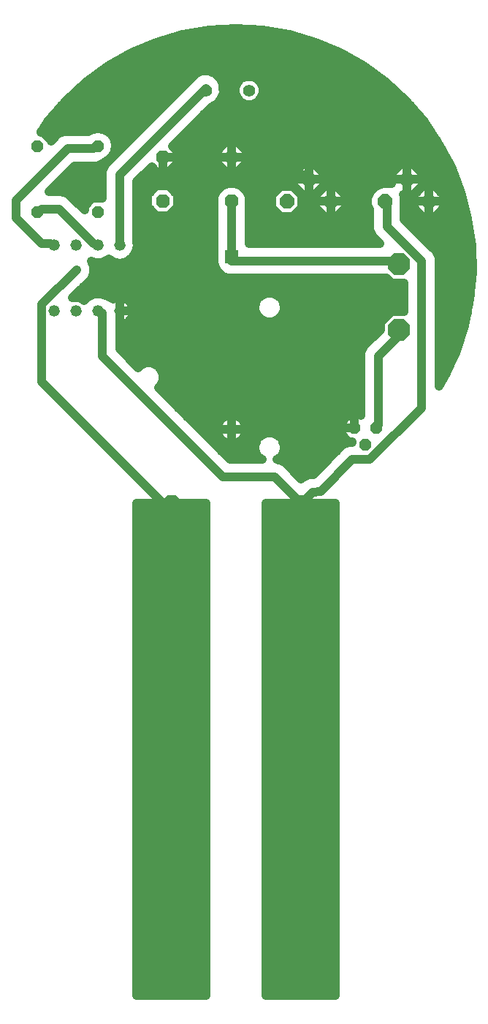
<source format=gtl>
G75*
%MOIN*%
%OFA0B0*%
%FSLAX25Y25*%
%IPPOS*%
%LPD*%
%AMOC8*
5,1,8,0,0,1.08239X$1,22.5*
%
%ADD10R,0.05937X0.05937*%
%ADD11C,0.05937*%
%ADD12OC8,0.07600*%
%ADD13C,0.05512*%
%ADD14OC8,0.06600*%
%ADD15OC8,0.05200*%
%ADD16C,0.05200*%
%ADD17OC8,0.10000*%
%ADD18OC8,0.06300*%
%ADD19C,0.03937*%
%ADD20C,0.03100*%
%ADD21C,0.02781*%
D10*
X0128913Y0359348D03*
D11*
X0128913Y0280608D03*
D12*
X0101551Y0246868D03*
X0160921Y0246868D03*
D13*
X0136866Y0435017D03*
X0117181Y0435017D03*
D14*
X0154110Y0384447D03*
X0164110Y0394447D03*
X0174110Y0384447D03*
X0198913Y0384447D03*
X0208913Y0394447D03*
X0218913Y0384447D03*
D15*
X0194937Y0281080D03*
X0189937Y0273580D03*
X0184937Y0281080D03*
X0067929Y0379663D03*
X0067929Y0409663D03*
X0040370Y0409663D03*
X0040370Y0379663D03*
D16*
X0047929Y0364387D03*
X0057929Y0364387D03*
X0067929Y0364387D03*
X0077929Y0364387D03*
X0077929Y0334387D03*
X0067929Y0334387D03*
X0057929Y0334387D03*
X0047929Y0334387D03*
D17*
X0205331Y0325726D03*
X0205331Y0355726D03*
D18*
X0128953Y0384663D03*
X0128953Y0404663D03*
X0097457Y0404663D03*
X0097457Y0384663D03*
D19*
X0085577Y0022616D02*
X0117210Y0022616D01*
X0117210Y0247025D01*
X0085577Y0247025D01*
X0085577Y0022616D01*
X0085577Y0022674D02*
X0117210Y0022674D01*
X0117210Y0026609D02*
X0085577Y0026609D01*
X0085577Y0030545D02*
X0117210Y0030545D01*
X0117210Y0034480D02*
X0085577Y0034480D01*
X0085577Y0038416D02*
X0117210Y0038416D01*
X0117210Y0042351D02*
X0085577Y0042351D01*
X0085577Y0046287D02*
X0117210Y0046287D01*
X0117210Y0050222D02*
X0085577Y0050222D01*
X0085577Y0054158D02*
X0117210Y0054158D01*
X0117210Y0058094D02*
X0085577Y0058094D01*
X0085577Y0062029D02*
X0117210Y0062029D01*
X0117210Y0065965D02*
X0085577Y0065965D01*
X0085577Y0069900D02*
X0117210Y0069900D01*
X0117210Y0073836D02*
X0085577Y0073836D01*
X0085577Y0077771D02*
X0117210Y0077771D01*
X0117210Y0081707D02*
X0085577Y0081707D01*
X0085577Y0085642D02*
X0117210Y0085642D01*
X0117210Y0089578D02*
X0085577Y0089578D01*
X0085577Y0093513D02*
X0117210Y0093513D01*
X0117210Y0097449D02*
X0085577Y0097449D01*
X0085577Y0101384D02*
X0117210Y0101384D01*
X0117210Y0105320D02*
X0085577Y0105320D01*
X0085577Y0109255D02*
X0117210Y0109255D01*
X0117210Y0113191D02*
X0085577Y0113191D01*
X0085577Y0117126D02*
X0117210Y0117126D01*
X0117210Y0121062D02*
X0085577Y0121062D01*
X0085577Y0124997D02*
X0117210Y0124997D01*
X0117210Y0128933D02*
X0085577Y0128933D01*
X0085577Y0132868D02*
X0117210Y0132868D01*
X0117210Y0136804D02*
X0085577Y0136804D01*
X0085577Y0140739D02*
X0117210Y0140739D01*
X0117210Y0144675D02*
X0085577Y0144675D01*
X0085577Y0148610D02*
X0117210Y0148610D01*
X0117210Y0152546D02*
X0085577Y0152546D01*
X0085577Y0156482D02*
X0117210Y0156482D01*
X0117210Y0160417D02*
X0085577Y0160417D01*
X0085577Y0164353D02*
X0117210Y0164353D01*
X0117210Y0168288D02*
X0085577Y0168288D01*
X0085577Y0172224D02*
X0117210Y0172224D01*
X0117210Y0176159D02*
X0085577Y0176159D01*
X0085577Y0180095D02*
X0117210Y0180095D01*
X0117210Y0184030D02*
X0085577Y0184030D01*
X0085577Y0187966D02*
X0117210Y0187966D01*
X0117210Y0191901D02*
X0085577Y0191901D01*
X0085577Y0195837D02*
X0117210Y0195837D01*
X0117210Y0199772D02*
X0085577Y0199772D01*
X0085577Y0203708D02*
X0117210Y0203708D01*
X0117210Y0207643D02*
X0085577Y0207643D01*
X0085577Y0211579D02*
X0117210Y0211579D01*
X0117210Y0215514D02*
X0085577Y0215514D01*
X0085577Y0219450D02*
X0117210Y0219450D01*
X0117210Y0223385D02*
X0085577Y0223385D01*
X0085577Y0227321D02*
X0117210Y0227321D01*
X0117210Y0231256D02*
X0085577Y0231256D01*
X0085577Y0235192D02*
X0117210Y0235192D01*
X0117210Y0239127D02*
X0085577Y0239127D01*
X0085577Y0243063D02*
X0117210Y0243063D01*
X0117210Y0246998D02*
X0085577Y0246998D01*
X0097404Y0247078D02*
X0101551Y0246868D01*
X0097404Y0247078D02*
X0042339Y0302143D01*
X0042339Y0337576D01*
X0058087Y0353324D01*
X0061284Y0345386D02*
X0207693Y0345386D01*
X0207693Y0347158D02*
X0207693Y0334295D01*
X0201782Y0334295D01*
X0196762Y0329275D01*
X0196762Y0325970D01*
X0189207Y0318415D01*
X0188008Y0315521D01*
X0188008Y0286733D01*
X0187492Y0287249D01*
X0184937Y0287249D01*
X0182382Y0287249D01*
X0178769Y0283635D01*
X0178769Y0281080D01*
X0178769Y0278525D01*
X0182382Y0274912D01*
X0183769Y0274912D01*
X0183769Y0274584D01*
X0182505Y0274584D01*
X0179611Y0273386D01*
X0166133Y0259908D01*
X0165898Y0259897D01*
X0164511Y0259897D01*
X0164340Y0259827D01*
X0164155Y0259818D01*
X0162898Y0259230D01*
X0161617Y0258699D01*
X0161486Y0258568D01*
X0161318Y0258489D01*
X0160746Y0257863D01*
X0153098Y0265512D01*
X0150204Y0266710D01*
X0149685Y0266710D01*
X0149930Y0266812D01*
X0151765Y0268646D01*
X0152757Y0271043D01*
X0152757Y0273637D01*
X0151765Y0276034D01*
X0149930Y0277869D01*
X0147533Y0278861D01*
X0144939Y0278861D01*
X0142542Y0277869D01*
X0140708Y0276034D01*
X0139715Y0273637D01*
X0139715Y0271043D01*
X0140708Y0268646D01*
X0142542Y0266812D01*
X0142787Y0266710D01*
X0128277Y0266710D01*
X0095549Y0299438D01*
X0096647Y0300536D01*
X0097639Y0302933D01*
X0097639Y0305527D01*
X0096647Y0307924D01*
X0094812Y0309758D01*
X0092415Y0310751D01*
X0089821Y0310751D01*
X0087424Y0309758D01*
X0086327Y0308661D01*
X0077772Y0317216D01*
X0077772Y0328219D01*
X0077929Y0328219D01*
X0077929Y0334387D01*
X0077929Y0334387D01*
X0077929Y0328219D01*
X0078415Y0328219D01*
X0079374Y0328371D01*
X0080297Y0328671D01*
X0081162Y0329112D01*
X0081948Y0329682D01*
X0082634Y0330369D01*
X0083205Y0331154D01*
X0083646Y0332020D01*
X0083946Y0332943D01*
X0084098Y0333902D01*
X0084098Y0334387D01*
X0077929Y0334387D01*
X0077929Y0334388D01*
X0077929Y0340556D01*
X0077444Y0340556D01*
X0076485Y0340404D01*
X0075561Y0340104D01*
X0074904Y0339769D01*
X0074358Y0340315D01*
X0074246Y0340361D01*
X0074159Y0340444D01*
X0072803Y0340959D01*
X0071464Y0341513D01*
X0071343Y0341513D01*
X0069262Y0342304D01*
X0066131Y0342212D01*
X0063274Y0340928D01*
X0061740Y0339301D01*
X0061423Y0339617D01*
X0059156Y0340556D01*
X0056702Y0340556D01*
X0056278Y0340380D01*
X0064762Y0348864D01*
X0065961Y0351758D01*
X0065961Y0354891D01*
X0065065Y0357052D01*
X0066596Y0356471D01*
X0069727Y0356563D01*
X0072585Y0357847D01*
X0072950Y0358234D01*
X0074940Y0356937D01*
X0078019Y0356360D01*
X0081084Y0357005D01*
X0083669Y0358774D01*
X0085380Y0361398D01*
X0085957Y0364477D01*
X0085646Y0365955D01*
X0085646Y0393370D01*
X0092447Y0400171D01*
X0094674Y0397945D01*
X0097457Y0397945D01*
X0100240Y0397945D01*
X0104175Y0401880D01*
X0104175Y0404663D01*
X0097457Y0404663D01*
X0097457Y0404663D01*
X0104175Y0404663D01*
X0104175Y0407446D01*
X0101948Y0409673D01*
X0119854Y0427579D01*
X0121905Y0428526D01*
X0124029Y0430827D01*
X0125111Y0433767D01*
X0125016Y0436159D01*
X0125016Y0437568D01*
X0124953Y0437718D01*
X0124947Y0437881D01*
X0124356Y0439160D01*
X0123817Y0440462D01*
X0123702Y0440577D01*
X0123633Y0440725D01*
X0122598Y0441681D01*
X0121602Y0442677D01*
X0121451Y0442739D01*
X0121332Y0442850D01*
X0120010Y0443336D01*
X0118708Y0443876D01*
X0118545Y0443876D01*
X0118392Y0443932D01*
X0116984Y0443876D01*
X0115575Y0443876D01*
X0115425Y0443813D01*
X0115262Y0443807D01*
X0113983Y0443216D01*
X0112681Y0442677D01*
X0112566Y0442562D01*
X0112418Y0442493D01*
X0111463Y0441458D01*
X0071096Y0401092D01*
X0069898Y0398198D01*
X0069898Y0385832D01*
X0065374Y0385832D01*
X0061761Y0382218D01*
X0061761Y0380471D01*
X0056888Y0385344D01*
X0054673Y0387559D01*
X0051779Y0388758D01*
X0045600Y0388758D01*
X0057411Y0400569D01*
X0065050Y0400569D01*
X0065687Y0400419D01*
X0066601Y0400569D01*
X0067527Y0400569D01*
X0068132Y0400819D01*
X0068779Y0400925D01*
X0069565Y0401413D01*
X0070421Y0401767D01*
X0070884Y0402231D01*
X0073409Y0403796D01*
X0075237Y0406340D01*
X0075953Y0409390D01*
X0075447Y0412481D01*
X0073796Y0415143D01*
X0071252Y0416971D01*
X0068202Y0417687D01*
X0065111Y0417180D01*
X0063718Y0416317D01*
X0052583Y0416317D01*
X0049689Y0415118D01*
X0047474Y0412903D01*
X0046539Y0411967D01*
X0046539Y0412218D01*
X0042925Y0415832D01*
X0041770Y0415832D01*
X0045418Y0421171D01*
X0053489Y0430492D01*
X0062570Y0438832D01*
X0072542Y0446082D01*
X0083277Y0452147D01*
X0094633Y0456949D01*
X0106463Y0460424D01*
X0118612Y0462527D01*
X0130921Y0463231D01*
X0143231Y0462527D01*
X0155380Y0460424D01*
X0167209Y0456949D01*
X0178565Y0452147D01*
X0189300Y0446082D01*
X0199273Y0438832D01*
X0208354Y0430492D01*
X0216424Y0421171D01*
X0223379Y0410990D01*
X0229128Y0400083D01*
X0233595Y0388591D01*
X0236723Y0376664D01*
X0238470Y0364459D01*
X0238813Y0352134D01*
X0237749Y0339851D01*
X0235291Y0327769D01*
X0231472Y0316046D01*
X0226340Y0304835D01*
X0223441Y0300038D01*
X0223441Y0358828D01*
X0222242Y0361722D01*
X0220027Y0363937D01*
X0207693Y0376271D01*
X0207693Y0384823D01*
X0207694Y0386379D01*
X0207693Y0386383D01*
X0207693Y0386387D01*
X0207199Y0387578D01*
X0208913Y0387578D01*
X0208913Y0394446D01*
X0208913Y0394446D01*
X0202045Y0394446D01*
X0202045Y0392422D01*
X0201393Y0392693D01*
X0201389Y0392693D01*
X0201385Y0392695D01*
X0199817Y0392695D01*
X0198261Y0392696D01*
X0198257Y0392695D01*
X0198253Y0392695D01*
X0196806Y0392095D01*
X0194460Y0391126D01*
X0192243Y0388913D01*
X0191041Y0386021D01*
X0191038Y0382888D01*
X0191945Y0380692D01*
X0191945Y0371443D01*
X0193144Y0368549D01*
X0196557Y0365135D01*
X0136827Y0365135D01*
X0136827Y0386387D01*
X0135628Y0389281D01*
X0133413Y0391496D01*
X0130519Y0392695D01*
X0127387Y0392695D01*
X0124492Y0391496D01*
X0122277Y0389281D01*
X0121079Y0386387D01*
X0121079Y0361282D01*
X0121071Y0360918D01*
X0121011Y0360766D01*
X0121038Y0359357D01*
X0121008Y0357950D01*
X0121067Y0357797D01*
X0121079Y0357187D01*
X0121079Y0355695D01*
X0121108Y0355624D01*
X0121110Y0355547D01*
X0121707Y0354180D01*
X0122277Y0352801D01*
X0122332Y0352747D01*
X0122363Y0352676D01*
X0123438Y0351641D01*
X0124492Y0350586D01*
X0124564Y0350557D01*
X0124619Y0350503D01*
X0126008Y0349958D01*
X0127387Y0349387D01*
X0127464Y0349387D01*
X0127535Y0349359D01*
X0129027Y0349387D01*
X0199552Y0349387D01*
X0201782Y0347158D01*
X0207693Y0347158D01*
X0207693Y0341451D02*
X0150127Y0341451D01*
X0149930Y0341648D02*
X0147533Y0342641D01*
X0144939Y0342641D01*
X0142542Y0341648D01*
X0140708Y0339814D01*
X0139715Y0337417D01*
X0139715Y0334823D01*
X0140708Y0332426D01*
X0142542Y0330591D01*
X0144939Y0329598D01*
X0147533Y0329598D01*
X0149930Y0330591D01*
X0151765Y0332426D01*
X0152757Y0334823D01*
X0152757Y0337417D01*
X0151765Y0339814D01*
X0149930Y0341648D01*
X0152717Y0337515D02*
X0207693Y0337515D01*
X0201067Y0333580D02*
X0152243Y0333580D01*
X0147644Y0329644D02*
X0197131Y0329644D01*
X0196501Y0325709D02*
X0077772Y0325709D01*
X0077772Y0321773D02*
X0192565Y0321773D01*
X0188968Y0317838D02*
X0077772Y0317838D01*
X0081085Y0313902D02*
X0188008Y0313902D01*
X0188008Y0309967D02*
X0094309Y0309967D01*
X0097431Y0306031D02*
X0188008Y0306031D01*
X0188008Y0302096D02*
X0097293Y0302096D01*
X0096827Y0298160D02*
X0188008Y0298160D01*
X0188008Y0294225D02*
X0100763Y0294225D01*
X0104698Y0290289D02*
X0188008Y0290289D01*
X0184937Y0287249D02*
X0184937Y0281080D01*
X0178769Y0281080D01*
X0184937Y0281080D01*
X0184937Y0281080D01*
X0184937Y0287249D01*
X0184937Y0286354D02*
X0184937Y0286354D01*
X0181487Y0286354D02*
X0132036Y0286354D01*
X0131811Y0286483D02*
X0131019Y0286811D01*
X0130191Y0287033D01*
X0129342Y0287145D01*
X0128913Y0287145D01*
X0128485Y0287145D01*
X0127635Y0287033D01*
X0126808Y0286811D01*
X0126016Y0286483D01*
X0125274Y0286055D01*
X0124594Y0285533D01*
X0123988Y0284927D01*
X0123466Y0284247D01*
X0123038Y0283505D01*
X0122710Y0282714D01*
X0122488Y0281886D01*
X0122376Y0281036D01*
X0122376Y0280608D01*
X0128913Y0280608D01*
X0128913Y0280608D01*
X0122376Y0280608D01*
X0122376Y0280179D01*
X0122488Y0279330D01*
X0122710Y0278502D01*
X0123038Y0277710D01*
X0123466Y0276968D01*
X0123988Y0276289D01*
X0124594Y0275683D01*
X0125274Y0275161D01*
X0126016Y0274732D01*
X0126808Y0274405D01*
X0127635Y0274183D01*
X0128485Y0274071D01*
X0128913Y0274071D01*
X0128913Y0280608D01*
X0128913Y0287145D01*
X0128913Y0280608D01*
X0128913Y0280608D01*
X0128913Y0280608D01*
X0128953Y0282458D01*
X0128913Y0282418D02*
X0128913Y0282418D01*
X0128914Y0280608D02*
X0135450Y0280608D01*
X0135450Y0281036D01*
X0135339Y0281886D01*
X0135117Y0282714D01*
X0134789Y0283505D01*
X0134360Y0284247D01*
X0133839Y0284927D01*
X0133233Y0285533D01*
X0132553Y0286055D01*
X0131811Y0286483D01*
X0128913Y0286354D02*
X0128913Y0286354D01*
X0125791Y0286354D02*
X0108634Y0286354D01*
X0112569Y0282418D02*
X0122631Y0282418D01*
X0122718Y0278483D02*
X0116505Y0278483D01*
X0120440Y0274547D02*
X0126464Y0274547D01*
X0128913Y0274547D02*
X0128913Y0274547D01*
X0128913Y0274071D02*
X0129342Y0274071D01*
X0130191Y0274183D01*
X0131019Y0274405D01*
X0131811Y0274732D01*
X0132553Y0275161D01*
X0133233Y0275683D01*
X0133839Y0276289D01*
X0134360Y0276968D01*
X0134789Y0277710D01*
X0135117Y0278502D01*
X0135339Y0279330D01*
X0135450Y0280179D01*
X0135450Y0280608D01*
X0128914Y0280608D01*
X0128914Y0280608D01*
X0128913Y0280608D02*
X0128913Y0274071D01*
X0131363Y0274547D02*
X0140092Y0274547D01*
X0139894Y0270612D02*
X0124376Y0270612D01*
X0128913Y0278483D02*
X0128913Y0278483D01*
X0135109Y0278483D02*
X0144024Y0278483D01*
X0148448Y0278483D02*
X0178811Y0278483D01*
X0178769Y0282418D02*
X0135196Y0282418D01*
X0125016Y0258836D02*
X0148638Y0258836D01*
X0160449Y0247025D01*
X0160921Y0246868D01*
X0166077Y0252023D01*
X0169541Y0252181D01*
X0184071Y0266710D01*
X0191945Y0266710D01*
X0215567Y0290332D01*
X0215567Y0357261D01*
X0199819Y0373009D01*
X0199819Y0384821D01*
X0198913Y0384447D01*
X0198055Y0392613D02*
X0170979Y0392613D01*
X0170979Y0391601D02*
X0170979Y0394446D01*
X0164110Y0394446D01*
X0164110Y0394446D01*
X0164110Y0387578D01*
X0161265Y0387578D01*
X0157242Y0391601D01*
X0157242Y0394446D01*
X0164110Y0394446D01*
X0164110Y0394447D01*
X0164110Y0401315D01*
X0161265Y0401315D01*
X0157242Y0397292D01*
X0157242Y0394447D01*
X0164110Y0394447D01*
X0164110Y0394447D01*
X0164110Y0401315D01*
X0166955Y0401315D01*
X0170979Y0397292D01*
X0170979Y0394447D01*
X0164110Y0394447D01*
X0164386Y0396632D01*
X0136827Y0396632D01*
X0134275Y0400484D02*
X0160434Y0400484D01*
X0164110Y0400484D02*
X0164110Y0400484D01*
X0164110Y0396548D02*
X0164110Y0396548D01*
X0164110Y0394447D02*
X0164110Y0394446D01*
X0164110Y0387578D01*
X0166955Y0387578D01*
X0170979Y0391601D01*
X0171265Y0391315D02*
X0167242Y0387292D01*
X0167242Y0384447D01*
X0174110Y0384447D01*
X0174110Y0391315D01*
X0171265Y0391315D01*
X0174110Y0391315D02*
X0174110Y0384447D01*
X0174110Y0384447D01*
X0174110Y0384446D01*
X0174110Y0384446D01*
X0174110Y0377578D01*
X0171265Y0377578D01*
X0167242Y0381601D01*
X0167242Y0384446D01*
X0174110Y0384446D01*
X0174110Y0377578D01*
X0176955Y0377578D01*
X0180979Y0381601D01*
X0180979Y0384446D01*
X0174110Y0384446D01*
X0174110Y0384447D01*
X0172260Y0384821D01*
X0174110Y0384742D02*
X0174110Y0384742D01*
X0174110Y0384447D02*
X0180979Y0384447D01*
X0180979Y0387292D01*
X0176955Y0391315D01*
X0174110Y0391315D01*
X0174110Y0388677D02*
X0174110Y0388677D01*
X0174110Y0380806D02*
X0174110Y0380806D01*
X0168037Y0380806D02*
X0160183Y0380806D01*
X0160979Y0381601D02*
X0156955Y0377578D01*
X0151265Y0377578D01*
X0147242Y0381601D01*
X0147242Y0387292D01*
X0151265Y0391315D01*
X0156955Y0391315D01*
X0160979Y0387292D01*
X0160979Y0381601D01*
X0160979Y0384742D02*
X0167242Y0384742D01*
X0168054Y0388677D02*
X0168627Y0388677D01*
X0164110Y0388677D02*
X0164110Y0388677D01*
X0164110Y0392613D02*
X0164110Y0392613D01*
X0164386Y0392695D02*
X0164110Y0394447D01*
X0160166Y0388677D02*
X0159593Y0388677D01*
X0157242Y0392613D02*
X0130717Y0392613D01*
X0127189Y0392613D02*
X0085646Y0392613D01*
X0085646Y0388677D02*
X0091969Y0388677D01*
X0090738Y0387446D02*
X0090738Y0381880D01*
X0094674Y0377945D01*
X0100240Y0377945D01*
X0104175Y0381880D01*
X0104175Y0387446D01*
X0100240Y0391382D01*
X0094674Y0391382D01*
X0090738Y0387446D01*
X0090738Y0384742D02*
X0085646Y0384742D01*
X0085646Y0380806D02*
X0091812Y0380806D01*
X0085646Y0376871D02*
X0121079Y0376871D01*
X0121079Y0380806D02*
X0103101Y0380806D01*
X0104175Y0384742D02*
X0121079Y0384742D01*
X0122027Y0388677D02*
X0102944Y0388677D01*
X0097457Y0397945D02*
X0097457Y0404663D01*
X0097457Y0404663D01*
X0097457Y0404506D01*
X0128953Y0404506D01*
X0128953Y0404663D01*
X0128953Y0404663D01*
X0135671Y0404663D01*
X0135671Y0401880D01*
X0131736Y0397945D01*
X0128953Y0397945D01*
X0128953Y0404663D01*
X0135671Y0404663D01*
X0135671Y0407446D01*
X0131736Y0411382D01*
X0128953Y0411382D01*
X0128953Y0404663D01*
X0128953Y0404663D01*
X0128953Y0404663D01*
X0128953Y0397945D01*
X0126170Y0397945D01*
X0122234Y0401880D01*
X0122234Y0404663D01*
X0128953Y0404663D01*
X0128953Y0411382D01*
X0126170Y0411382D01*
X0122234Y0407446D01*
X0122234Y0404663D01*
X0128953Y0404663D01*
X0128953Y0404663D01*
X0128953Y0404419D02*
X0128953Y0404419D01*
X0128953Y0400484D02*
X0128953Y0400484D01*
X0128953Y0408355D02*
X0128953Y0408355D01*
X0134762Y0408355D02*
X0224768Y0408355D01*
X0226843Y0404419D02*
X0135671Y0404419D01*
X0123631Y0400484D02*
X0102779Y0400484D01*
X0104175Y0404419D02*
X0122234Y0404419D01*
X0123143Y0408355D02*
X0103266Y0408355D01*
X0104566Y0412290D02*
X0222491Y0412290D01*
X0219803Y0416226D02*
X0108501Y0416226D01*
X0112437Y0420161D02*
X0217114Y0420161D01*
X0213891Y0424097D02*
X0116372Y0424097D01*
X0120836Y0428032D02*
X0210483Y0428032D01*
X0206747Y0431968D02*
X0142448Y0431968D01*
X0142228Y0431435D02*
X0143191Y0433759D01*
X0143191Y0436275D01*
X0142228Y0438600D01*
X0140449Y0440379D01*
X0138124Y0441342D01*
X0135608Y0441342D01*
X0133284Y0440379D01*
X0131505Y0438600D01*
X0130542Y0436275D01*
X0130542Y0433759D01*
X0131505Y0431435D01*
X0133284Y0429656D01*
X0135608Y0428693D01*
X0138124Y0428693D01*
X0140449Y0429656D01*
X0142228Y0431435D01*
X0143191Y0435903D02*
X0202462Y0435903D01*
X0197888Y0439839D02*
X0140989Y0439839D01*
X0132744Y0439839D02*
X0124075Y0439839D01*
X0125026Y0435903D02*
X0130542Y0435903D01*
X0131284Y0431968D02*
X0124449Y0431968D01*
X0117181Y0435017D02*
X0117142Y0436002D01*
X0077772Y0396632D01*
X0077772Y0365135D01*
X0077929Y0364387D01*
X0074546Y0357193D02*
X0071129Y0357193D01*
X0065961Y0353257D02*
X0122088Y0353257D01*
X0121079Y0357193D02*
X0081359Y0357193D01*
X0085204Y0361129D02*
X0121075Y0361129D01*
X0121079Y0365064D02*
X0085833Y0365064D01*
X0085646Y0369000D02*
X0121079Y0369000D01*
X0121079Y0372935D02*
X0085646Y0372935D01*
X0088824Y0396548D02*
X0157242Y0396548D01*
X0167787Y0400484D02*
X0205237Y0400484D01*
X0206068Y0401315D02*
X0202045Y0397292D01*
X0202045Y0394447D01*
X0208913Y0394447D01*
X0208913Y0401315D01*
X0206068Y0401315D01*
X0208913Y0401315D02*
X0208913Y0394447D01*
X0208913Y0394447D01*
X0208913Y0394446D01*
X0208913Y0387578D01*
X0211758Y0387578D01*
X0215782Y0391601D01*
X0215782Y0394446D01*
X0208914Y0394446D01*
X0208914Y0394447D01*
X0215782Y0394447D01*
X0215782Y0397292D01*
X0211758Y0401315D01*
X0208913Y0401315D01*
X0208913Y0400484D02*
X0208913Y0400484D01*
X0208913Y0396548D02*
X0208913Y0396548D01*
X0208913Y0392613D02*
X0208913Y0392613D01*
X0208913Y0388677D02*
X0208913Y0388677D01*
X0212045Y0387292D02*
X0212045Y0384447D01*
X0218913Y0384447D01*
X0218913Y0391315D01*
X0216068Y0391315D01*
X0212045Y0387292D01*
X0212858Y0388677D02*
X0213430Y0388677D01*
X0212045Y0384742D02*
X0207693Y0384742D01*
X0207693Y0380806D02*
X0212840Y0380806D01*
X0212045Y0381601D02*
X0212045Y0384446D01*
X0218913Y0384446D01*
X0218913Y0384446D01*
X0218913Y0377578D01*
X0216068Y0377578D01*
X0212045Y0381601D01*
X0207693Y0376871D02*
X0236669Y0376871D01*
X0237257Y0372935D02*
X0211029Y0372935D01*
X0214964Y0369000D02*
X0237820Y0369000D01*
X0238383Y0365064D02*
X0218900Y0365064D01*
X0222488Y0361129D02*
X0238563Y0361129D01*
X0238672Y0357193D02*
X0223441Y0357193D01*
X0223441Y0353257D02*
X0238782Y0353257D01*
X0238570Y0349322D02*
X0223441Y0349322D01*
X0223441Y0345386D02*
X0238229Y0345386D01*
X0237888Y0341451D02*
X0223441Y0341451D01*
X0223441Y0337515D02*
X0237274Y0337515D01*
X0236474Y0333580D02*
X0223441Y0333580D01*
X0223441Y0329644D02*
X0235673Y0329644D01*
X0234620Y0325709D02*
X0223441Y0325709D01*
X0223441Y0321773D02*
X0233338Y0321773D01*
X0232055Y0317838D02*
X0223441Y0317838D01*
X0223441Y0313902D02*
X0230490Y0313902D01*
X0228689Y0309967D02*
X0223441Y0309967D01*
X0223441Y0306031D02*
X0226887Y0306031D01*
X0224684Y0302096D02*
X0223441Y0302096D01*
X0203756Y0321828D02*
X0205331Y0325726D01*
X0203756Y0321828D02*
X0195882Y0313954D01*
X0195882Y0282458D01*
X0194937Y0281080D01*
X0184937Y0281080D02*
X0184937Y0281080D01*
X0184937Y0282418D02*
X0184937Y0282418D01*
X0182415Y0274547D02*
X0152381Y0274547D01*
X0152579Y0270612D02*
X0176837Y0270612D01*
X0172901Y0266676D02*
X0150287Y0266676D01*
X0155869Y0262741D02*
X0168966Y0262741D01*
X0161873Y0258805D02*
X0159805Y0258805D01*
X0144632Y0247025D02*
X0176265Y0247025D01*
X0176265Y0022616D01*
X0144632Y0022616D01*
X0144632Y0247025D01*
X0144632Y0246998D02*
X0176265Y0246998D01*
X0176265Y0243063D02*
X0144632Y0243063D01*
X0144632Y0239127D02*
X0176265Y0239127D01*
X0176265Y0235192D02*
X0144632Y0235192D01*
X0144632Y0231256D02*
X0176265Y0231256D01*
X0176265Y0227321D02*
X0144632Y0227321D01*
X0144632Y0223385D02*
X0176265Y0223385D01*
X0176265Y0219450D02*
X0144632Y0219450D01*
X0144632Y0215514D02*
X0176265Y0215514D01*
X0176265Y0211579D02*
X0144632Y0211579D01*
X0144632Y0207643D02*
X0176265Y0207643D01*
X0176265Y0203708D02*
X0144632Y0203708D01*
X0144632Y0199772D02*
X0176265Y0199772D01*
X0176265Y0195837D02*
X0144632Y0195837D01*
X0144632Y0191901D02*
X0176265Y0191901D01*
X0176265Y0187966D02*
X0144632Y0187966D01*
X0144632Y0184030D02*
X0176265Y0184030D01*
X0176265Y0180095D02*
X0144632Y0180095D01*
X0144632Y0176159D02*
X0176265Y0176159D01*
X0176265Y0172224D02*
X0144632Y0172224D01*
X0144632Y0168288D02*
X0176265Y0168288D01*
X0176265Y0164353D02*
X0144632Y0164353D01*
X0144632Y0160417D02*
X0176265Y0160417D01*
X0176265Y0156482D02*
X0144632Y0156482D01*
X0144632Y0152546D02*
X0176265Y0152546D01*
X0176265Y0148610D02*
X0144632Y0148610D01*
X0144632Y0144675D02*
X0176265Y0144675D01*
X0176265Y0140739D02*
X0144632Y0140739D01*
X0144632Y0136804D02*
X0176265Y0136804D01*
X0176265Y0132868D02*
X0144632Y0132868D01*
X0144632Y0128933D02*
X0176265Y0128933D01*
X0176265Y0124997D02*
X0144632Y0124997D01*
X0144632Y0121062D02*
X0176265Y0121062D01*
X0176265Y0117126D02*
X0144632Y0117126D01*
X0144632Y0113191D02*
X0176265Y0113191D01*
X0176265Y0109255D02*
X0144632Y0109255D01*
X0144632Y0105320D02*
X0176265Y0105320D01*
X0176265Y0101384D02*
X0144632Y0101384D01*
X0144632Y0097449D02*
X0176265Y0097449D01*
X0176265Y0093513D02*
X0144632Y0093513D01*
X0144632Y0089578D02*
X0176265Y0089578D01*
X0176265Y0085642D02*
X0144632Y0085642D01*
X0144632Y0081707D02*
X0176265Y0081707D01*
X0176265Y0077771D02*
X0144632Y0077771D01*
X0144632Y0073836D02*
X0176265Y0073836D01*
X0176265Y0069900D02*
X0144632Y0069900D01*
X0144632Y0065965D02*
X0176265Y0065965D01*
X0176265Y0062029D02*
X0144632Y0062029D01*
X0144632Y0058094D02*
X0176265Y0058094D01*
X0176265Y0054158D02*
X0144632Y0054158D01*
X0144632Y0050222D02*
X0176265Y0050222D01*
X0176265Y0046287D02*
X0144632Y0046287D01*
X0144632Y0042351D02*
X0176265Y0042351D01*
X0176265Y0038416D02*
X0144632Y0038416D01*
X0144632Y0034480D02*
X0176265Y0034480D01*
X0176265Y0030545D02*
X0144632Y0030545D01*
X0144632Y0026609D02*
X0176265Y0026609D01*
X0176265Y0022674D02*
X0144632Y0022674D01*
X0125016Y0258836D02*
X0069898Y0313954D01*
X0069898Y0333639D01*
X0067929Y0334387D01*
X0064437Y0341451D02*
X0057349Y0341451D01*
X0064951Y0349322D02*
X0199617Y0349322D01*
X0205331Y0355726D02*
X0203756Y0357261D01*
X0128953Y0357261D01*
X0128913Y0359348D01*
X0128953Y0361198D01*
X0128953Y0384663D01*
X0128953Y0384821D01*
X0135878Y0388677D02*
X0148627Y0388677D01*
X0147242Y0384742D02*
X0136827Y0384742D01*
X0136827Y0380806D02*
X0148037Y0380806D01*
X0136827Y0376871D02*
X0191945Y0376871D01*
X0191898Y0380806D02*
X0180183Y0380806D01*
X0180979Y0384742D02*
X0191040Y0384742D01*
X0192144Y0388677D02*
X0179593Y0388677D01*
X0170979Y0396548D02*
X0202045Y0396548D01*
X0202045Y0392613D02*
X0201586Y0392613D01*
X0191945Y0372935D02*
X0136827Y0372935D01*
X0136827Y0369000D02*
X0192957Y0369000D01*
X0212590Y0400484D02*
X0228917Y0400484D01*
X0230502Y0396548D02*
X0215782Y0396548D01*
X0215782Y0392613D02*
X0232032Y0392613D01*
X0233562Y0388677D02*
X0224396Y0388677D01*
X0225782Y0387292D02*
X0221758Y0391315D01*
X0218913Y0391315D01*
X0218913Y0384447D01*
X0218913Y0384447D01*
X0218913Y0384446D01*
X0218913Y0377578D01*
X0221758Y0377578D01*
X0225782Y0381601D01*
X0225782Y0384446D01*
X0218914Y0384446D01*
X0218914Y0384447D01*
X0225782Y0384447D01*
X0225782Y0387292D01*
X0225782Y0384742D02*
X0234605Y0384742D01*
X0235637Y0380806D02*
X0224987Y0380806D01*
X0218913Y0380806D02*
X0218913Y0380806D01*
X0218913Y0384742D02*
X0218913Y0384742D01*
X0218913Y0388677D02*
X0218913Y0388677D01*
X0192474Y0443774D02*
X0118952Y0443774D01*
X0115192Y0443774D02*
X0069369Y0443774D01*
X0063955Y0439839D02*
X0109843Y0439839D01*
X0105908Y0435903D02*
X0059381Y0435903D01*
X0055096Y0431968D02*
X0101972Y0431968D01*
X0098037Y0428032D02*
X0051359Y0428032D01*
X0047952Y0424097D02*
X0094101Y0424097D01*
X0090166Y0420161D02*
X0044728Y0420161D01*
X0042040Y0416226D02*
X0052364Y0416226D01*
X0054150Y0408443D02*
X0065961Y0408443D01*
X0067929Y0409663D01*
X0072290Y0416226D02*
X0086230Y0416226D01*
X0082295Y0412290D02*
X0075478Y0412290D01*
X0075710Y0408355D02*
X0078359Y0408355D01*
X0074424Y0404419D02*
X0073857Y0404419D01*
X0070845Y0400484D02*
X0066083Y0400484D01*
X0065411Y0400484D02*
X0057326Y0400484D01*
X0053391Y0396548D02*
X0069898Y0396548D01*
X0069898Y0392613D02*
X0049455Y0392613D01*
X0051973Y0388677D02*
X0069898Y0388677D01*
X0064284Y0384742D02*
X0057490Y0384742D01*
X0061426Y0380806D02*
X0061761Y0380806D01*
X0050213Y0380884D02*
X0065961Y0365135D01*
X0067929Y0364387D01*
X0071615Y0341451D02*
X0142345Y0341451D01*
X0139756Y0337515D02*
X0083258Y0337515D01*
X0083205Y0337620D02*
X0082634Y0338406D01*
X0081948Y0339093D01*
X0081162Y0339663D01*
X0080297Y0340104D01*
X0079374Y0340404D01*
X0078415Y0340556D01*
X0077929Y0340556D01*
X0077929Y0334388D01*
X0077929Y0334388D01*
X0084098Y0334388D01*
X0084098Y0334873D01*
X0083946Y0335832D01*
X0083646Y0336755D01*
X0083205Y0337620D01*
X0084047Y0333580D02*
X0140230Y0333580D01*
X0144828Y0329644D02*
X0081895Y0329644D01*
X0077929Y0329644D02*
X0077929Y0329644D01*
X0077929Y0333580D02*
X0077929Y0333580D01*
X0077929Y0337515D02*
X0077929Y0337515D01*
X0085021Y0309967D02*
X0087927Y0309967D01*
X0047929Y0364387D02*
X0046276Y0365135D01*
X0042339Y0365135D01*
X0030528Y0376947D01*
X0030528Y0384821D01*
X0054150Y0408443D01*
X0046862Y0412290D02*
X0046466Y0412290D01*
X0050213Y0380884D02*
X0042339Y0380884D01*
X0040370Y0379663D01*
X0075424Y0447710D02*
X0186418Y0447710D01*
X0179453Y0451645D02*
X0082389Y0451645D01*
X0091399Y0455581D02*
X0170444Y0455581D01*
X0158468Y0459516D02*
X0103375Y0459516D01*
X0097457Y0404663D02*
X0097457Y0397945D01*
X0097457Y0400484D02*
X0097457Y0400484D01*
X0097457Y0404419D02*
X0097457Y0404419D01*
D20*
X0101394Y0235214D03*
X0101394Y0223403D03*
X0101394Y0211592D03*
X0101394Y0199781D03*
X0101394Y0187970D03*
X0101394Y0176159D03*
X0101394Y0164348D03*
X0101394Y0152537D03*
X0101394Y0140726D03*
X0101394Y0128915D03*
X0101394Y0117104D03*
X0101394Y0105293D03*
X0101394Y0093482D03*
X0101394Y0081671D03*
X0101394Y0069860D03*
X0101394Y0058049D03*
X0101394Y0046238D03*
X0101394Y0034427D03*
X0111236Y0040332D03*
X0111236Y0052143D03*
X0111236Y0063954D03*
X0111236Y0075765D03*
X0111236Y0087576D03*
X0111236Y0099387D03*
X0111236Y0111198D03*
X0111236Y0123009D03*
X0111236Y0134821D03*
X0111236Y0146632D03*
X0111236Y0158443D03*
X0111236Y0170254D03*
X0111236Y0182065D03*
X0111236Y0193876D03*
X0111236Y0205687D03*
X0111236Y0217498D03*
X0111236Y0229309D03*
X0091551Y0229309D03*
X0091551Y0217498D03*
X0091551Y0205687D03*
X0091551Y0193876D03*
X0091551Y0182065D03*
X0091551Y0170254D03*
X0091551Y0158443D03*
X0091551Y0146632D03*
X0091551Y0134821D03*
X0091551Y0123009D03*
X0091551Y0111198D03*
X0091551Y0099387D03*
X0091551Y0087576D03*
X0091551Y0075765D03*
X0091551Y0063954D03*
X0091551Y0052143D03*
X0091551Y0040332D03*
X0091551Y0028521D03*
X0111236Y0028521D03*
X0150606Y0028521D03*
X0150606Y0040332D03*
X0150606Y0052143D03*
X0150606Y0063954D03*
X0150606Y0075765D03*
X0150606Y0087576D03*
X0150606Y0099387D03*
X0150606Y0111198D03*
X0150606Y0123009D03*
X0150606Y0134821D03*
X0150606Y0146632D03*
X0150606Y0158443D03*
X0150606Y0170254D03*
X0150606Y0182065D03*
X0150606Y0193876D03*
X0150606Y0205687D03*
X0150606Y0217498D03*
X0150606Y0229309D03*
X0160449Y0235214D03*
X0160449Y0223403D03*
X0160449Y0211592D03*
X0160449Y0199781D03*
X0160449Y0187970D03*
X0160449Y0176159D03*
X0160449Y0164348D03*
X0160449Y0152537D03*
X0160449Y0140726D03*
X0160449Y0128915D03*
X0160449Y0117104D03*
X0160449Y0105293D03*
X0160449Y0093482D03*
X0160449Y0081671D03*
X0160449Y0069860D03*
X0160449Y0058049D03*
X0160449Y0046238D03*
X0160449Y0034427D03*
X0170291Y0040332D03*
X0170291Y0052143D03*
X0170291Y0063954D03*
X0170291Y0075765D03*
X0170291Y0087576D03*
X0170291Y0099387D03*
X0170291Y0111198D03*
X0170291Y0123009D03*
X0170291Y0134821D03*
X0170291Y0146632D03*
X0170291Y0158443D03*
X0170291Y0170254D03*
X0170291Y0182065D03*
X0170291Y0193876D03*
X0170291Y0205687D03*
X0170291Y0217498D03*
X0170291Y0229309D03*
X0170291Y0028521D03*
D21*
X0058087Y0353324D03*
M02*

</source>
